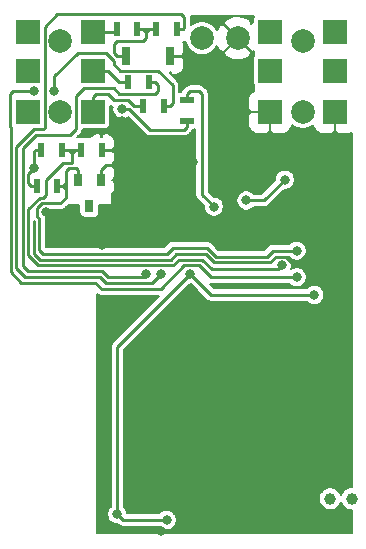
<source format=gbr>
G04 #@! TF.GenerationSoftware,KiCad,Pcbnew,(5.1.2-1)-1*
G04 #@! TF.CreationDate,2021-09-19T22:20:58+03:00*
G04 #@! TF.ProjectId,ITR-1,4954522d-312e-46b6-9963-61645f706362,rev?*
G04 #@! TF.SameCoordinates,Original*
G04 #@! TF.FileFunction,Copper,L2,Bot*
G04 #@! TF.FilePolarity,Positive*
%FSLAX46Y46*%
G04 Gerber Fmt 4.6, Leading zero omitted, Abs format (unit mm)*
G04 Created by KiCad (PCBNEW (5.1.2-1)-1) date 2021-09-19 22:20:58*
%MOMM*%
%LPD*%
G04 APERTURE LIST*
%ADD10C,1.000000*%
%ADD11C,2.000000*%
%ADD12R,2.000000X2.000000*%
%ADD13R,0.800000X1.500000*%
%ADD14R,0.500000X1.250000*%
%ADD15R,0.800000X1.100000*%
%ADD16R,1.250000X0.500000*%
%ADD17C,0.800000*%
%ADD18C,0.250000*%
%ADD19C,0.200000*%
G04 APERTURE END LIST*
D10*
X129400000Y-96500000D03*
X127600000Y-96500000D03*
D11*
X116750000Y-57500000D03*
X119750000Y-57500000D03*
X125250000Y-57750000D03*
X125250000Y-63750000D03*
D12*
X128000000Y-57000000D03*
X128000000Y-60250000D03*
X128000000Y-63750000D03*
X122500000Y-57000000D03*
X122500000Y-60250000D03*
X122500000Y-63750000D03*
D11*
X104750000Y-57750000D03*
X104750000Y-63750000D03*
D12*
X107500000Y-57000000D03*
X107500000Y-60250000D03*
X107500000Y-63750000D03*
X102000000Y-57000000D03*
X102000000Y-60250000D03*
X102000000Y-63750000D03*
D13*
X110300000Y-59000000D03*
X114000000Y-59000000D03*
D14*
X112875000Y-56750000D03*
X114625000Y-56750000D03*
X111750000Y-63250000D03*
X113500000Y-63250000D03*
X110500000Y-61250000D03*
X112250000Y-61250000D03*
X109500000Y-56750000D03*
X111250000Y-56750000D03*
X104500000Y-70000000D03*
X102750000Y-70000000D03*
X108250000Y-67000000D03*
X106500000Y-67000000D03*
X104875000Y-67000000D03*
X103125000Y-67000000D03*
D15*
X107200000Y-71700000D03*
X108150000Y-69500000D03*
X106250000Y-69500000D03*
D16*
X115500000Y-64500000D03*
X115500000Y-62750000D03*
D17*
X110000000Y-63500000D03*
X120500000Y-71250000D03*
X123750000Y-69500000D03*
X112250000Y-90500001D03*
X112250000Y-88749999D03*
X112250000Y-87000000D03*
X116000000Y-68000000D03*
X110250000Y-66750000D03*
X110000000Y-64500000D03*
X103500000Y-72250000D03*
X124250000Y-73750000D03*
X108250000Y-97750000D03*
X113250000Y-71750000D03*
X113250000Y-99250000D03*
X128750000Y-92750000D03*
X108250000Y-75000000D03*
X119000000Y-72000000D03*
X102500000Y-68500000D03*
X113750000Y-98300001D03*
X109567127Y-97817127D03*
X115762653Y-77500000D03*
X126250000Y-79250000D03*
X112000000Y-77500000D03*
X113250000Y-77500000D03*
X117737347Y-71762653D03*
X102500000Y-62000000D03*
X104250000Y-62000000D03*
X124750000Y-77750000D03*
X124750000Y-75500000D03*
X123500000Y-76750000D03*
D18*
X110565685Y-63500000D02*
X110000000Y-63500000D01*
X112315684Y-65250000D02*
X110565685Y-63500000D01*
X115250000Y-65250000D02*
X112315684Y-65250000D01*
X115500000Y-65000000D02*
X115250000Y-65250000D01*
X115500000Y-64500000D02*
X115500000Y-65000000D01*
X122000000Y-71250000D02*
X123750000Y-69500000D01*
X120500000Y-71250000D02*
X122000000Y-71250000D01*
X110000000Y-67000000D02*
X110250000Y-66750000D01*
X108250000Y-67000000D02*
X110000000Y-67000000D01*
X110250000Y-68000000D02*
X110250000Y-66750000D01*
X110000000Y-68250000D02*
X110250000Y-68000000D01*
X108600000Y-68250000D02*
X110000000Y-68250000D01*
X108150000Y-68700000D02*
X108600000Y-68250000D01*
X108150000Y-69500000D02*
X108150000Y-68700000D01*
X114000000Y-59000000D02*
X115250000Y-59000000D01*
X114750000Y-99250000D02*
X115250000Y-98750000D01*
X113500000Y-99250000D02*
X114750000Y-99250000D01*
X123823002Y-76000000D02*
X124286501Y-76463499D01*
X123000000Y-76000000D02*
X123823002Y-76000000D01*
X122500000Y-76500000D02*
X123000000Y-76000000D01*
X117750000Y-76500000D02*
X122500000Y-76500000D01*
X114563600Y-75799990D02*
X117049990Y-75799990D01*
X114113590Y-76250000D02*
X114563600Y-75799990D01*
X103000000Y-76250000D02*
X114113590Y-76250000D01*
X117049990Y-75799990D02*
X117750000Y-76500000D01*
X102500000Y-75750000D02*
X103000000Y-76250000D01*
X124286501Y-76463499D02*
X125463499Y-76463499D01*
X102500000Y-73000000D02*
X102500000Y-75750000D01*
X102250000Y-70000000D02*
X102750000Y-70000000D01*
X102625000Y-67000000D02*
X102500000Y-67125000D01*
X103125000Y-67000000D02*
X102625000Y-67000000D01*
X102500000Y-67125000D02*
X102500000Y-68500000D01*
X102000000Y-69000000D02*
X102500000Y-68500000D01*
X102250000Y-70000000D02*
X102000000Y-69750000D01*
X102000000Y-69750000D02*
X102000000Y-69000000D01*
X110032874Y-98282874D02*
X109567127Y-97817127D01*
X109567127Y-83695526D02*
X115762653Y-77500000D01*
X109567127Y-97817127D02*
X109567127Y-83695526D01*
X117512653Y-79250000D02*
X115762653Y-77500000D01*
X126250000Y-79250000D02*
X117512653Y-79250000D01*
X114000000Y-98300001D02*
X113982873Y-98282874D01*
X113982873Y-98282874D02*
X110032874Y-98282874D01*
X111750000Y-77750000D02*
X112000000Y-77500000D01*
X108750000Y-77750000D02*
X111750000Y-77750000D01*
X102000000Y-77250000D02*
X108250000Y-77250000D01*
X101542501Y-76792501D02*
X102000000Y-77250000D01*
X102667501Y-65667501D02*
X101542501Y-66792501D01*
X106075001Y-65174999D02*
X105582499Y-65667501D01*
X108250000Y-77250000D02*
X108750000Y-77750000D01*
X106075001Y-62424999D02*
X106075001Y-65174999D01*
X101542501Y-66792501D02*
X101542501Y-76792501D01*
X105582499Y-65667501D02*
X102667501Y-65667501D01*
X109250000Y-61750000D02*
X106750000Y-61750000D01*
X109700001Y-62200001D02*
X109250000Y-61750000D01*
X106750000Y-61750000D02*
X106075001Y-62424999D01*
X113000000Y-62000000D02*
X112799999Y-62200001D01*
X112799999Y-62200001D02*
X109700001Y-62200001D01*
X113000000Y-61500000D02*
X113000000Y-62000000D01*
X112750000Y-61250000D02*
X113000000Y-61500000D01*
X112250000Y-61250000D02*
X112750000Y-61250000D01*
X112500000Y-78250000D02*
X113250000Y-77500000D01*
X108613590Y-78250000D02*
X112500000Y-78250000D01*
X108113590Y-77750000D02*
X108613590Y-78250000D01*
X101750000Y-77750000D02*
X108113590Y-77750000D01*
X101000000Y-77000000D02*
X101750000Y-77750000D01*
X101000000Y-66698592D02*
X101000000Y-77000000D01*
X102481100Y-65217492D02*
X101000000Y-66698592D01*
X115250000Y-56625000D02*
X115250000Y-55750000D01*
X104500000Y-55500000D02*
X103424999Y-56575001D01*
X103282509Y-65217491D02*
X102481100Y-65217492D01*
X115000000Y-55500000D02*
X104500000Y-55500000D01*
X114625000Y-56750000D02*
X115125000Y-56750000D01*
X103424999Y-65075001D02*
X103282509Y-65217491D01*
X103424999Y-56575001D02*
X103424999Y-65075001D01*
X115125000Y-56750000D02*
X115250000Y-56625000D01*
X115250000Y-55750000D02*
X115000000Y-55500000D01*
X115500000Y-62750000D02*
X115500000Y-62250000D01*
X115500000Y-62250000D02*
X115750000Y-62000000D01*
X115750000Y-62000000D02*
X116500000Y-62000000D01*
X116500000Y-62000000D02*
X116750000Y-62250000D01*
X116750000Y-62250000D02*
X116750000Y-70750000D01*
X117737347Y-71737347D02*
X117737347Y-71762653D01*
X116750000Y-70750000D02*
X117737347Y-71737347D01*
X113000000Y-60250000D02*
X114250000Y-61500000D01*
X109814998Y-60250000D02*
X113000000Y-60250000D01*
X114250000Y-63000000D02*
X114000000Y-63250000D01*
X109282499Y-59717501D02*
X109814998Y-60250000D01*
X114250000Y-61500000D02*
X114250000Y-63000000D01*
X109282499Y-59418909D02*
X109282499Y-59717501D01*
X108613590Y-58750000D02*
X109282499Y-59418909D01*
X106250000Y-58750000D02*
X108613590Y-58750000D01*
X104250000Y-60750000D02*
X106250000Y-58750000D01*
X114000000Y-63250000D02*
X113500000Y-63250000D01*
X104250000Y-61750000D02*
X104250000Y-60750000D01*
X100750000Y-62000000D02*
X102500000Y-62000000D01*
X100500000Y-62250000D02*
X100750000Y-62000000D01*
X100549990Y-65049990D02*
X100500000Y-65000000D01*
X117500000Y-77750000D02*
X116500000Y-76750000D01*
X100549990Y-77299990D02*
X100549990Y-65049990D01*
X108250000Y-78750000D02*
X107700010Y-78200010D01*
X107700010Y-78200010D02*
X101450010Y-78200010D01*
X100500000Y-65000000D02*
X100500000Y-62250000D01*
X116500000Y-76750000D02*
X115250000Y-76750000D01*
X113250000Y-78750000D02*
X108250000Y-78750000D01*
X115250000Y-76750000D02*
X113250000Y-78750000D01*
X101450010Y-78200010D02*
X100549990Y-77299990D01*
X124750000Y-77750000D02*
X117500000Y-77750000D01*
X107500000Y-57000000D02*
X109500000Y-57000000D01*
X112000000Y-57000000D02*
X111750000Y-56750000D01*
X111750000Y-56750000D02*
X111250000Y-56750000D01*
X112250000Y-56750000D02*
X112000000Y-57000000D01*
X112875000Y-56750000D02*
X112250000Y-56750000D01*
X111750000Y-56750000D02*
X112250000Y-56750000D01*
X110300000Y-59000000D02*
X109500000Y-59000000D01*
X109500000Y-59000000D02*
X109250000Y-58750000D01*
X109250000Y-58750000D02*
X109250000Y-58000000D01*
X109250000Y-58000000D02*
X109500000Y-57750000D01*
X109500000Y-57750000D02*
X111750000Y-57750000D01*
X112000000Y-57500000D02*
X112000000Y-57000000D01*
X111750000Y-57750000D02*
X112000000Y-57500000D01*
X110500000Y-61250000D02*
X109750000Y-61250000D01*
X109750000Y-61250000D02*
X108750000Y-60250000D01*
X108750000Y-60250000D02*
X107500000Y-60250000D01*
X111750000Y-63250000D02*
X111000000Y-63250000D01*
X111000000Y-63250000D02*
X110500000Y-62750000D01*
X107750000Y-62250000D02*
X107500000Y-62500000D01*
X107500000Y-62500000D02*
X107500000Y-63750000D01*
X108750000Y-62250000D02*
X109250000Y-62750000D01*
X108750000Y-62250000D02*
X107750000Y-62250000D01*
X109250000Y-62750000D02*
X110500000Y-62750000D01*
X104500000Y-70000000D02*
X105000000Y-70000000D01*
X105000000Y-70000000D02*
X105250000Y-69750000D01*
X105250000Y-69750000D02*
X105250000Y-68750000D01*
X105250000Y-68750000D02*
X105500000Y-68500000D01*
X105500000Y-68500000D02*
X106000000Y-68500000D01*
X106050000Y-68500000D02*
X106250000Y-68700000D01*
X106000000Y-68500000D02*
X106050000Y-68500000D01*
X106250000Y-68700000D02*
X106250000Y-69500000D01*
X105000000Y-70000000D02*
X105250000Y-70250000D01*
X105250000Y-70250000D02*
X105250000Y-70500000D01*
X105250000Y-70500000D02*
X105250000Y-71000000D01*
X105250000Y-71000000D02*
X104750000Y-71500000D01*
X105250000Y-69750000D02*
X105250000Y-70250000D01*
X103750000Y-71500000D02*
X103176998Y-71500000D01*
X104750000Y-71500000D02*
X103750000Y-71500000D01*
X103500000Y-71500000D02*
X103176998Y-71500000D01*
X103750000Y-71500000D02*
X103500000Y-71500000D01*
X124750000Y-75500000D02*
X124750000Y-75500000D01*
X124136410Y-75500000D02*
X124750000Y-75500000D01*
X122750000Y-75500000D02*
X124136410Y-75500000D01*
X117886410Y-76000000D02*
X122250000Y-76000000D01*
X102963499Y-72786501D02*
X102963499Y-75463499D01*
X117136410Y-75250000D02*
X117886410Y-76000000D01*
X122250000Y-76000000D02*
X122750000Y-75500000D01*
X103250000Y-75750000D02*
X113750000Y-75750000D01*
X102750000Y-72573002D02*
X102963499Y-72786501D01*
X114250000Y-75250000D02*
X117136410Y-75250000D01*
X113750000Y-75750000D02*
X114250000Y-75250000D01*
X102963499Y-75463499D02*
X103250000Y-75750000D01*
X102750000Y-71926998D02*
X102750000Y-72573002D01*
X103176998Y-71500000D02*
X102750000Y-71926998D01*
X105750000Y-67250000D02*
X105500000Y-67000000D01*
X105500000Y-67000000D02*
X105750000Y-67000000D01*
X105750000Y-67000000D02*
X105750000Y-67250000D01*
X104875000Y-67000000D02*
X105500000Y-67000000D01*
X105750000Y-67250000D02*
X106000000Y-67000000D01*
X106000000Y-67000000D02*
X106500000Y-67000000D01*
X105750000Y-67000000D02*
X106000000Y-67000000D01*
X104950009Y-68049991D02*
X105700010Y-68049990D01*
X103500000Y-70750000D02*
X103500000Y-69500000D01*
X114250000Y-76750000D02*
X102863590Y-76750000D01*
X105700010Y-68049990D02*
X105750000Y-68000000D01*
X103250000Y-71000000D02*
X103500000Y-70750000D01*
X102863590Y-76750000D02*
X102000000Y-75886410D01*
X114750000Y-76250000D02*
X114250000Y-76750000D01*
X116750000Y-76250000D02*
X114750000Y-76250000D01*
X105750000Y-68000000D02*
X105750000Y-67250000D01*
X103500000Y-69500000D02*
X104950009Y-68049991D01*
X103000000Y-71000000D02*
X103250000Y-71000000D01*
X102000000Y-72000000D02*
X103000000Y-71000000D01*
X102000000Y-75886410D02*
X102000000Y-72000000D01*
X117549990Y-77049990D02*
X116750000Y-76250000D01*
X123200010Y-77049990D02*
X117549990Y-77049990D01*
X123500000Y-76750000D02*
X123200010Y-77049990D01*
D19*
G36*
X121150000Y-55717138D02*
G01*
X121124029Y-55748784D01*
X121082243Y-55826959D01*
X121056511Y-55911785D01*
X121047823Y-56000000D01*
X121047823Y-56169553D01*
X121046456Y-56168186D01*
X120896404Y-56318238D01*
X120822339Y-55981519D01*
X120505494Y-55801493D01*
X120159615Y-55686740D01*
X119797995Y-55641669D01*
X119434531Y-55668013D01*
X119083189Y-55764759D01*
X118757473Y-55928190D01*
X118677661Y-55981519D01*
X118603595Y-56318240D01*
X119750000Y-57464645D01*
X119764143Y-57450503D01*
X119799498Y-57485858D01*
X119785355Y-57500000D01*
X120931760Y-58646405D01*
X121150000Y-58598400D01*
X121150000Y-58967138D01*
X121124029Y-58998784D01*
X121082243Y-59076959D01*
X121056511Y-59161785D01*
X121047823Y-59250000D01*
X121047823Y-61250000D01*
X121056511Y-61338215D01*
X121082243Y-61423041D01*
X121124029Y-61501216D01*
X121150000Y-61532862D01*
X121150000Y-61973273D01*
X121025480Y-62039831D01*
X120896051Y-62146051D01*
X120789831Y-62275480D01*
X120710902Y-62423145D01*
X120662299Y-62583371D01*
X120645887Y-62750000D01*
X120650000Y-63512500D01*
X120862500Y-63725000D01*
X122475000Y-63725000D01*
X122475000Y-63705000D01*
X122525000Y-63705000D01*
X122525000Y-63725000D01*
X122545000Y-63725000D01*
X122545000Y-63775000D01*
X122525000Y-63775000D01*
X122525000Y-65387500D01*
X122737500Y-65600000D01*
X123500000Y-65604113D01*
X123666629Y-65587701D01*
X123826855Y-65539098D01*
X123974520Y-65460169D01*
X124103949Y-65353949D01*
X124210169Y-65224520D01*
X124289098Y-65076855D01*
X124337701Y-64916629D01*
X124340687Y-64886317D01*
X124563167Y-65034973D01*
X124827051Y-65144277D01*
X125107187Y-65200000D01*
X125392813Y-65200000D01*
X125672949Y-65144277D01*
X125936833Y-65034973D01*
X126159313Y-64886317D01*
X126162299Y-64916629D01*
X126210902Y-65076855D01*
X126289831Y-65224520D01*
X126396051Y-65353949D01*
X126525480Y-65460169D01*
X126673145Y-65539098D01*
X126833371Y-65587701D01*
X127000000Y-65604113D01*
X127762500Y-65600000D01*
X127975000Y-65387500D01*
X127975000Y-63775000D01*
X127955000Y-63775000D01*
X127955000Y-63725000D01*
X127975000Y-63725000D01*
X127975000Y-63705000D01*
X128025000Y-63705000D01*
X128025000Y-63725000D01*
X128045000Y-63725000D01*
X128045000Y-63775000D01*
X128025000Y-63775000D01*
X128025000Y-65387500D01*
X128237500Y-65600000D01*
X129000000Y-65604113D01*
X129166629Y-65587701D01*
X129326855Y-65539098D01*
X129400000Y-65500001D01*
X129400000Y-95550000D01*
X129306433Y-95550000D01*
X129122895Y-95586508D01*
X128950006Y-95658121D01*
X128794410Y-95762087D01*
X128662087Y-95894410D01*
X128558121Y-96050006D01*
X128500000Y-96190322D01*
X128441879Y-96050006D01*
X128337913Y-95894410D01*
X128205590Y-95762087D01*
X128049994Y-95658121D01*
X127877105Y-95586508D01*
X127693567Y-95550000D01*
X127506433Y-95550000D01*
X127322895Y-95586508D01*
X127150006Y-95658121D01*
X126994410Y-95762087D01*
X126862087Y-95894410D01*
X126758121Y-96050006D01*
X126686508Y-96222895D01*
X126650000Y-96406433D01*
X126650000Y-96593567D01*
X126686508Y-96777105D01*
X126758121Y-96949994D01*
X126862087Y-97105590D01*
X126994410Y-97237913D01*
X127150006Y-97341879D01*
X127322895Y-97413492D01*
X127506433Y-97450000D01*
X127693567Y-97450000D01*
X127877105Y-97413492D01*
X128049994Y-97341879D01*
X128205590Y-97237913D01*
X128337913Y-97105590D01*
X128441879Y-96949994D01*
X128500000Y-96809678D01*
X128558121Y-96949994D01*
X128662087Y-97105590D01*
X128794410Y-97237913D01*
X128950006Y-97341879D01*
X129122895Y-97413492D01*
X129306433Y-97450000D01*
X129400000Y-97450000D01*
X129400000Y-99400000D01*
X107850000Y-99400000D01*
X107850000Y-79165574D01*
X107863386Y-79176559D01*
X107929001Y-79230408D01*
X108028892Y-79283801D01*
X108137280Y-79316680D01*
X108221754Y-79325000D01*
X108221756Y-79325000D01*
X108249999Y-79327782D01*
X108278242Y-79325000D01*
X113124480Y-79325000D01*
X109180516Y-83268965D01*
X109158574Y-83286972D01*
X109140568Y-83308913D01*
X109086719Y-83374528D01*
X109033326Y-83474419D01*
X109000448Y-83582807D01*
X108989345Y-83695526D01*
X108992128Y-83723779D01*
X108992127Y-97190045D01*
X108906889Y-97275283D01*
X108813867Y-97414501D01*
X108749792Y-97569191D01*
X108717127Y-97733409D01*
X108717127Y-97900845D01*
X108749792Y-98065063D01*
X108813867Y-98219753D01*
X108906889Y-98358971D01*
X109025283Y-98477365D01*
X109164501Y-98570387D01*
X109319191Y-98634462D01*
X109483409Y-98667127D01*
X109603954Y-98667127D01*
X109606313Y-98669486D01*
X109624320Y-98691428D01*
X109711876Y-98763282D01*
X109811766Y-98816675D01*
X109920154Y-98849554D01*
X110004628Y-98857874D01*
X110004631Y-98857874D01*
X110032874Y-98860656D01*
X110061117Y-98857874D01*
X113105791Y-98857874D01*
X113208156Y-98960239D01*
X113347374Y-99053261D01*
X113502064Y-99117336D01*
X113666282Y-99150001D01*
X113833718Y-99150001D01*
X113997936Y-99117336D01*
X114152626Y-99053261D01*
X114291844Y-98960239D01*
X114410238Y-98841845D01*
X114503260Y-98702627D01*
X114567335Y-98547937D01*
X114600000Y-98383719D01*
X114600000Y-98216283D01*
X114567335Y-98052065D01*
X114503260Y-97897375D01*
X114410238Y-97758157D01*
X114291844Y-97639763D01*
X114152626Y-97546741D01*
X113997936Y-97482666D01*
X113833718Y-97450001D01*
X113666282Y-97450001D01*
X113502064Y-97482666D01*
X113347374Y-97546741D01*
X113208156Y-97639763D01*
X113140045Y-97707874D01*
X110412048Y-97707874D01*
X110384462Y-97569191D01*
X110320387Y-97414501D01*
X110227365Y-97275283D01*
X110142127Y-97190045D01*
X110142127Y-83933698D01*
X115725826Y-78350000D01*
X115799481Y-78350000D01*
X117086092Y-79636612D01*
X117104099Y-79658554D01*
X117126039Y-79676559D01*
X117191654Y-79730408D01*
X117291545Y-79783801D01*
X117399933Y-79816680D01*
X117484407Y-79825000D01*
X117484410Y-79825000D01*
X117512653Y-79827782D01*
X117540896Y-79825000D01*
X125622918Y-79825000D01*
X125708156Y-79910238D01*
X125847374Y-80003260D01*
X126002064Y-80067335D01*
X126166282Y-80100000D01*
X126333718Y-80100000D01*
X126497936Y-80067335D01*
X126652626Y-80003260D01*
X126791844Y-79910238D01*
X126910238Y-79791844D01*
X127003260Y-79652626D01*
X127067335Y-79497936D01*
X127100000Y-79333718D01*
X127100000Y-79166282D01*
X127067335Y-79002064D01*
X127003260Y-78847374D01*
X126910238Y-78708156D01*
X126791844Y-78589762D01*
X126652626Y-78496740D01*
X126497936Y-78432665D01*
X126333718Y-78400000D01*
X126166282Y-78400000D01*
X126002064Y-78432665D01*
X125847374Y-78496740D01*
X125708156Y-78589762D01*
X125622918Y-78675000D01*
X117750826Y-78675000D01*
X117393077Y-78317251D01*
X117471754Y-78325000D01*
X117471757Y-78325000D01*
X117500000Y-78327782D01*
X117528243Y-78325000D01*
X124122918Y-78325000D01*
X124208156Y-78410238D01*
X124347374Y-78503260D01*
X124502064Y-78567335D01*
X124666282Y-78600000D01*
X124833718Y-78600000D01*
X124997936Y-78567335D01*
X125152626Y-78503260D01*
X125291844Y-78410238D01*
X125410238Y-78291844D01*
X125503260Y-78152626D01*
X125567335Y-77997936D01*
X125600000Y-77833718D01*
X125600000Y-77666282D01*
X125567335Y-77502064D01*
X125503260Y-77347374D01*
X125410238Y-77208156D01*
X125291844Y-77089762D01*
X125152626Y-76996740D01*
X124997936Y-76932665D01*
X124833718Y-76900000D01*
X124666282Y-76900000D01*
X124502064Y-76932665D01*
X124347374Y-76996740D01*
X124306525Y-77024035D01*
X124317335Y-76997936D01*
X124350000Y-76833718D01*
X124350000Y-76666282D01*
X124317335Y-76502064D01*
X124253260Y-76347374D01*
X124160238Y-76208156D01*
X124041844Y-76089762D01*
X124019751Y-76075000D01*
X124122918Y-76075000D01*
X124208156Y-76160238D01*
X124347374Y-76253260D01*
X124502064Y-76317335D01*
X124666282Y-76350000D01*
X124833718Y-76350000D01*
X124997936Y-76317335D01*
X125152626Y-76253260D01*
X125291844Y-76160238D01*
X125410238Y-76041844D01*
X125503260Y-75902626D01*
X125567335Y-75747936D01*
X125600000Y-75583718D01*
X125600000Y-75416282D01*
X125567335Y-75252064D01*
X125503260Y-75097374D01*
X125410238Y-74958156D01*
X125291844Y-74839762D01*
X125152626Y-74746740D01*
X124997936Y-74682665D01*
X124833718Y-74650000D01*
X124666282Y-74650000D01*
X124502064Y-74682665D01*
X124347374Y-74746740D01*
X124208156Y-74839762D01*
X124122918Y-74925000D01*
X122778243Y-74925000D01*
X122750000Y-74922218D01*
X122721757Y-74925000D01*
X122721754Y-74925000D01*
X122637280Y-74933320D01*
X122528892Y-74966199D01*
X122429001Y-75019592D01*
X122385922Y-75054946D01*
X122341446Y-75091446D01*
X122323439Y-75113388D01*
X122011828Y-75425000D01*
X118124583Y-75425000D01*
X117562975Y-74863393D01*
X117544964Y-74841446D01*
X117457408Y-74769592D01*
X117357518Y-74716199D01*
X117249130Y-74683320D01*
X117164656Y-74675000D01*
X117164653Y-74675000D01*
X117136410Y-74672218D01*
X117108167Y-74675000D01*
X114278243Y-74675000D01*
X114250000Y-74672218D01*
X114221757Y-74675000D01*
X114221754Y-74675000D01*
X114137280Y-74683320D01*
X114028892Y-74716199D01*
X113929001Y-74769592D01*
X113883153Y-74807218D01*
X113841446Y-74841446D01*
X113823439Y-74863388D01*
X113511828Y-75175000D01*
X103538499Y-75175000D01*
X103538499Y-72814743D01*
X103541281Y-72786500D01*
X103538499Y-72758255D01*
X103530179Y-72673781D01*
X103497300Y-72565393D01*
X103443907Y-72465503D01*
X103372053Y-72377947D01*
X103350107Y-72359937D01*
X103325000Y-72334830D01*
X103325000Y-72165170D01*
X103415171Y-72075000D01*
X104721757Y-72075000D01*
X104750000Y-72077782D01*
X104778243Y-72075000D01*
X104778246Y-72075000D01*
X104862720Y-72066680D01*
X104971108Y-72033801D01*
X105070998Y-71980408D01*
X105158554Y-71908554D01*
X105176565Y-71886607D01*
X105468678Y-71594495D01*
X105480491Y-71598079D01*
X105500000Y-71600000D01*
X106347823Y-71600000D01*
X106347823Y-72250000D01*
X106356511Y-72338215D01*
X106382243Y-72423041D01*
X106424029Y-72501216D01*
X106480263Y-72569737D01*
X106548784Y-72625971D01*
X106626959Y-72667757D01*
X106711785Y-72693489D01*
X106800000Y-72702177D01*
X107600000Y-72702177D01*
X107688215Y-72693489D01*
X107773041Y-72667757D01*
X107851216Y-72625971D01*
X107919737Y-72569737D01*
X107975971Y-72501216D01*
X108017757Y-72423041D01*
X108043489Y-72338215D01*
X108052177Y-72250000D01*
X108052177Y-71600000D01*
X109000000Y-71600000D01*
X109019509Y-71598079D01*
X109038268Y-71592388D01*
X109055557Y-71583147D01*
X109070711Y-71570711D01*
X109083147Y-71555557D01*
X109092388Y-71538268D01*
X109098079Y-71519509D01*
X109100000Y-71500000D01*
X109100000Y-70698224D01*
X109153949Y-70653949D01*
X109260169Y-70524520D01*
X109339098Y-70376855D01*
X109387701Y-70216629D01*
X109404113Y-70050000D01*
X109400000Y-69737500D01*
X109187500Y-69525000D01*
X109100000Y-69525000D01*
X109100000Y-69475000D01*
X109187500Y-69475000D01*
X109400000Y-69262500D01*
X109404113Y-68950000D01*
X109387701Y-68783371D01*
X109339098Y-68623145D01*
X109260169Y-68475480D01*
X109153949Y-68346051D01*
X109057605Y-68266983D01*
X109103949Y-68228949D01*
X109210169Y-68099520D01*
X109289098Y-67951855D01*
X109337701Y-67791629D01*
X109354113Y-67625000D01*
X109350000Y-67237500D01*
X109137500Y-67025000D01*
X108850000Y-67025000D01*
X108850000Y-66975000D01*
X109137500Y-66975000D01*
X109350000Y-66762500D01*
X109354113Y-66375000D01*
X109337701Y-66208371D01*
X109289098Y-66048145D01*
X109210169Y-65900480D01*
X109103949Y-65771051D01*
X108974520Y-65664831D01*
X108826855Y-65585902D01*
X108666629Y-65537299D01*
X108500000Y-65520887D01*
X108487500Y-65525000D01*
X108275000Y-65737500D01*
X108275000Y-65900000D01*
X108225000Y-65900000D01*
X108225000Y-65737500D01*
X108012500Y-65525000D01*
X108000000Y-65520887D01*
X107833371Y-65537299D01*
X107673145Y-65585902D01*
X107525480Y-65664831D01*
X107396051Y-65771051D01*
X107290225Y-65900000D01*
X106163172Y-65900000D01*
X106461613Y-65601560D01*
X106483555Y-65583553D01*
X106524385Y-65533801D01*
X106555409Y-65495998D01*
X106608802Y-65396107D01*
X106616422Y-65370988D01*
X106641681Y-65287719D01*
X106650001Y-65203245D01*
X106650001Y-65203243D01*
X106650106Y-65202177D01*
X108500000Y-65202177D01*
X108588215Y-65193489D01*
X108673041Y-65167757D01*
X108751216Y-65125971D01*
X108819737Y-65069737D01*
X108875971Y-65001216D01*
X108917757Y-64923041D01*
X108943489Y-64838215D01*
X108952177Y-64750000D01*
X108952177Y-63242796D01*
X109019708Y-63278892D01*
X109028892Y-63283801D01*
X109137280Y-63316680D01*
X109169187Y-63319823D01*
X109150000Y-63416282D01*
X109150000Y-63583718D01*
X109182665Y-63747936D01*
X109246740Y-63902626D01*
X109339762Y-64041844D01*
X109458156Y-64160238D01*
X109597374Y-64253260D01*
X109752064Y-64317335D01*
X109916282Y-64350000D01*
X110083718Y-64350000D01*
X110247936Y-64317335D01*
X110402626Y-64253260D01*
X110464458Y-64211945D01*
X111889123Y-65636612D01*
X111907130Y-65658554D01*
X111929070Y-65676559D01*
X111994685Y-65730408D01*
X112087878Y-65780221D01*
X112094576Y-65783801D01*
X112202964Y-65816680D01*
X112287438Y-65825000D01*
X112287440Y-65825000D01*
X112315683Y-65827782D01*
X112343926Y-65825000D01*
X115221757Y-65825000D01*
X115250000Y-65827782D01*
X115278243Y-65825000D01*
X115278246Y-65825000D01*
X115362720Y-65816680D01*
X115471108Y-65783801D01*
X115570998Y-65730408D01*
X115658554Y-65658554D01*
X115676566Y-65636606D01*
X115886606Y-65426566D01*
X115908554Y-65408554D01*
X115980408Y-65320998D01*
X116033801Y-65221108D01*
X116039544Y-65202177D01*
X116125000Y-65202177D01*
X116175000Y-65197253D01*
X116175001Y-70721747D01*
X116172218Y-70750000D01*
X116182325Y-70852607D01*
X116183321Y-70862720D01*
X116190899Y-70887701D01*
X116216199Y-70971107D01*
X116269592Y-71070998D01*
X116304380Y-71113387D01*
X116341447Y-71158554D01*
X116363389Y-71176561D01*
X116887347Y-71700520D01*
X116887347Y-71846371D01*
X116920012Y-72010589D01*
X116984087Y-72165279D01*
X117077109Y-72304497D01*
X117195503Y-72422891D01*
X117334721Y-72515913D01*
X117489411Y-72579988D01*
X117653629Y-72612653D01*
X117821065Y-72612653D01*
X117985283Y-72579988D01*
X118139973Y-72515913D01*
X118279191Y-72422891D01*
X118397585Y-72304497D01*
X118490607Y-72165279D01*
X118554682Y-72010589D01*
X118587347Y-71846371D01*
X118587347Y-71678935D01*
X118554682Y-71514717D01*
X118490607Y-71360027D01*
X118397585Y-71220809D01*
X118343058Y-71166282D01*
X119650000Y-71166282D01*
X119650000Y-71333718D01*
X119682665Y-71497936D01*
X119746740Y-71652626D01*
X119839762Y-71791844D01*
X119958156Y-71910238D01*
X120097374Y-72003260D01*
X120252064Y-72067335D01*
X120416282Y-72100000D01*
X120583718Y-72100000D01*
X120747936Y-72067335D01*
X120902626Y-72003260D01*
X121041844Y-71910238D01*
X121127082Y-71825000D01*
X121971757Y-71825000D01*
X122000000Y-71827782D01*
X122028243Y-71825000D01*
X122028246Y-71825000D01*
X122112720Y-71816680D01*
X122221108Y-71783801D01*
X122320998Y-71730408D01*
X122408554Y-71658554D01*
X122426565Y-71636607D01*
X123713173Y-70350000D01*
X123833718Y-70350000D01*
X123997936Y-70317335D01*
X124152626Y-70253260D01*
X124291844Y-70160238D01*
X124410238Y-70041844D01*
X124503260Y-69902626D01*
X124567335Y-69747936D01*
X124600000Y-69583718D01*
X124600000Y-69416282D01*
X124567335Y-69252064D01*
X124503260Y-69097374D01*
X124410238Y-68958156D01*
X124291844Y-68839762D01*
X124152626Y-68746740D01*
X123997936Y-68682665D01*
X123833718Y-68650000D01*
X123666282Y-68650000D01*
X123502064Y-68682665D01*
X123347374Y-68746740D01*
X123208156Y-68839762D01*
X123089762Y-68958156D01*
X122996740Y-69097374D01*
X122932665Y-69252064D01*
X122900000Y-69416282D01*
X122900000Y-69536827D01*
X121761828Y-70675000D01*
X121127082Y-70675000D01*
X121041844Y-70589762D01*
X120902626Y-70496740D01*
X120747936Y-70432665D01*
X120583718Y-70400000D01*
X120416282Y-70400000D01*
X120252064Y-70432665D01*
X120097374Y-70496740D01*
X119958156Y-70589762D01*
X119839762Y-70708156D01*
X119746740Y-70847374D01*
X119682665Y-71002064D01*
X119650000Y-71166282D01*
X118343058Y-71166282D01*
X118279191Y-71102415D01*
X118139973Y-71009393D01*
X117985283Y-70945318D01*
X117821065Y-70912653D01*
X117725826Y-70912653D01*
X117325000Y-70511828D01*
X117325000Y-64750000D01*
X120645887Y-64750000D01*
X120662299Y-64916629D01*
X120710902Y-65076855D01*
X120789831Y-65224520D01*
X120896051Y-65353949D01*
X121025480Y-65460169D01*
X121173145Y-65539098D01*
X121333371Y-65587701D01*
X121500000Y-65604113D01*
X122262500Y-65600000D01*
X122475000Y-65387500D01*
X122475000Y-63775000D01*
X120862500Y-63775000D01*
X120650000Y-63987500D01*
X120645887Y-64750000D01*
X117325000Y-64750000D01*
X117325000Y-62278242D01*
X117327782Y-62249999D01*
X117323571Y-62207243D01*
X117316680Y-62137280D01*
X117283801Y-62028892D01*
X117230408Y-61929002D01*
X117158554Y-61841446D01*
X117136608Y-61823436D01*
X116926566Y-61613394D01*
X116908554Y-61591446D01*
X116820998Y-61519592D01*
X116721108Y-61466199D01*
X116612720Y-61433320D01*
X116528246Y-61425000D01*
X116528243Y-61425000D01*
X116500000Y-61422218D01*
X116471757Y-61425000D01*
X115778242Y-61425000D01*
X115749999Y-61422218D01*
X115721756Y-61425000D01*
X115721754Y-61425000D01*
X115637280Y-61433320D01*
X115528892Y-61466199D01*
X115429002Y-61519592D01*
X115341446Y-61591446D01*
X115323434Y-61613394D01*
X115113389Y-61823439D01*
X115091447Y-61841446D01*
X115073441Y-61863387D01*
X115019592Y-61929002D01*
X114997086Y-61971108D01*
X114966199Y-62028892D01*
X114960456Y-62047823D01*
X114875000Y-62047823D01*
X114825000Y-62052747D01*
X114825000Y-61528243D01*
X114827782Y-61500000D01*
X114824453Y-61466199D01*
X114816680Y-61387280D01*
X114783801Y-61278892D01*
X114766615Y-61246740D01*
X114730408Y-61179001D01*
X114676559Y-61113386D01*
X114658554Y-61091446D01*
X114636613Y-61073440D01*
X114025002Y-60461830D01*
X114025002Y-60387502D01*
X114237500Y-60600000D01*
X114400000Y-60604113D01*
X114566629Y-60587701D01*
X114726855Y-60539098D01*
X114874520Y-60460169D01*
X115003949Y-60353949D01*
X115110169Y-60224520D01*
X115189098Y-60076855D01*
X115237701Y-59916629D01*
X115254113Y-59750000D01*
X115250000Y-59237500D01*
X115037500Y-59025000D01*
X114600000Y-59025000D01*
X114600000Y-58975000D01*
X115037500Y-58975000D01*
X115250000Y-58762500D01*
X115254113Y-58250000D01*
X115237701Y-58083371D01*
X115189098Y-57923145D01*
X115150001Y-57850000D01*
X115250000Y-57850000D01*
X115269509Y-57848079D01*
X115288268Y-57842388D01*
X115305557Y-57833147D01*
X115320711Y-57820711D01*
X115332523Y-57806317D01*
X115355723Y-57922949D01*
X115465027Y-58186833D01*
X115623711Y-58424321D01*
X115825679Y-58626289D01*
X116063167Y-58784973D01*
X116327051Y-58894277D01*
X116607187Y-58950000D01*
X116892813Y-58950000D01*
X117172949Y-58894277D01*
X117436833Y-58784973D01*
X117591302Y-58681760D01*
X118603595Y-58681760D01*
X118677661Y-59018481D01*
X118994506Y-59198507D01*
X119340385Y-59313260D01*
X119702005Y-59358331D01*
X120065469Y-59331987D01*
X120416811Y-59235241D01*
X120742527Y-59071810D01*
X120822339Y-59018481D01*
X120896405Y-58681760D01*
X119750000Y-57535355D01*
X118603595Y-58681760D01*
X117591302Y-58681760D01*
X117674321Y-58626289D01*
X117876289Y-58424321D01*
X118029166Y-58195524D01*
X118178190Y-58492527D01*
X118231519Y-58572339D01*
X118568240Y-58646405D01*
X119714645Y-57500000D01*
X118568240Y-56353595D01*
X118231519Y-56427661D01*
X118051493Y-56744506D01*
X118030790Y-56806907D01*
X117876289Y-56575679D01*
X117674321Y-56373711D01*
X117436833Y-56215027D01*
X117172949Y-56105723D01*
X116892813Y-56050000D01*
X116607187Y-56050000D01*
X116327051Y-56105723D01*
X116063167Y-56215027D01*
X115825679Y-56373711D01*
X115825000Y-56374390D01*
X115825000Y-55778242D01*
X115827782Y-55749999D01*
X115820913Y-55680263D01*
X115816680Y-55637280D01*
X115805371Y-55600000D01*
X121150000Y-55600000D01*
X121150000Y-55717138D01*
X121150000Y-55717138D01*
G37*
X121150000Y-55717138D02*
X121124029Y-55748784D01*
X121082243Y-55826959D01*
X121056511Y-55911785D01*
X121047823Y-56000000D01*
X121047823Y-56169553D01*
X121046456Y-56168186D01*
X120896404Y-56318238D01*
X120822339Y-55981519D01*
X120505494Y-55801493D01*
X120159615Y-55686740D01*
X119797995Y-55641669D01*
X119434531Y-55668013D01*
X119083189Y-55764759D01*
X118757473Y-55928190D01*
X118677661Y-55981519D01*
X118603595Y-56318240D01*
X119750000Y-57464645D01*
X119764143Y-57450503D01*
X119799498Y-57485858D01*
X119785355Y-57500000D01*
X120931760Y-58646405D01*
X121150000Y-58598400D01*
X121150000Y-58967138D01*
X121124029Y-58998784D01*
X121082243Y-59076959D01*
X121056511Y-59161785D01*
X121047823Y-59250000D01*
X121047823Y-61250000D01*
X121056511Y-61338215D01*
X121082243Y-61423041D01*
X121124029Y-61501216D01*
X121150000Y-61532862D01*
X121150000Y-61973273D01*
X121025480Y-62039831D01*
X120896051Y-62146051D01*
X120789831Y-62275480D01*
X120710902Y-62423145D01*
X120662299Y-62583371D01*
X120645887Y-62750000D01*
X120650000Y-63512500D01*
X120862500Y-63725000D01*
X122475000Y-63725000D01*
X122475000Y-63705000D01*
X122525000Y-63705000D01*
X122525000Y-63725000D01*
X122545000Y-63725000D01*
X122545000Y-63775000D01*
X122525000Y-63775000D01*
X122525000Y-65387500D01*
X122737500Y-65600000D01*
X123500000Y-65604113D01*
X123666629Y-65587701D01*
X123826855Y-65539098D01*
X123974520Y-65460169D01*
X124103949Y-65353949D01*
X124210169Y-65224520D01*
X124289098Y-65076855D01*
X124337701Y-64916629D01*
X124340687Y-64886317D01*
X124563167Y-65034973D01*
X124827051Y-65144277D01*
X125107187Y-65200000D01*
X125392813Y-65200000D01*
X125672949Y-65144277D01*
X125936833Y-65034973D01*
X126159313Y-64886317D01*
X126162299Y-64916629D01*
X126210902Y-65076855D01*
X126289831Y-65224520D01*
X126396051Y-65353949D01*
X126525480Y-65460169D01*
X126673145Y-65539098D01*
X126833371Y-65587701D01*
X127000000Y-65604113D01*
X127762500Y-65600000D01*
X127975000Y-65387500D01*
X127975000Y-63775000D01*
X127955000Y-63775000D01*
X127955000Y-63725000D01*
X127975000Y-63725000D01*
X127975000Y-63705000D01*
X128025000Y-63705000D01*
X128025000Y-63725000D01*
X128045000Y-63725000D01*
X128045000Y-63775000D01*
X128025000Y-63775000D01*
X128025000Y-65387500D01*
X128237500Y-65600000D01*
X129000000Y-65604113D01*
X129166629Y-65587701D01*
X129326855Y-65539098D01*
X129400000Y-65500001D01*
X129400000Y-95550000D01*
X129306433Y-95550000D01*
X129122895Y-95586508D01*
X128950006Y-95658121D01*
X128794410Y-95762087D01*
X128662087Y-95894410D01*
X128558121Y-96050006D01*
X128500000Y-96190322D01*
X128441879Y-96050006D01*
X128337913Y-95894410D01*
X128205590Y-95762087D01*
X128049994Y-95658121D01*
X127877105Y-95586508D01*
X127693567Y-95550000D01*
X127506433Y-95550000D01*
X127322895Y-95586508D01*
X127150006Y-95658121D01*
X126994410Y-95762087D01*
X126862087Y-95894410D01*
X126758121Y-96050006D01*
X126686508Y-96222895D01*
X126650000Y-96406433D01*
X126650000Y-96593567D01*
X126686508Y-96777105D01*
X126758121Y-96949994D01*
X126862087Y-97105590D01*
X126994410Y-97237913D01*
X127150006Y-97341879D01*
X127322895Y-97413492D01*
X127506433Y-97450000D01*
X127693567Y-97450000D01*
X127877105Y-97413492D01*
X128049994Y-97341879D01*
X128205590Y-97237913D01*
X128337913Y-97105590D01*
X128441879Y-96949994D01*
X128500000Y-96809678D01*
X128558121Y-96949994D01*
X128662087Y-97105590D01*
X128794410Y-97237913D01*
X128950006Y-97341879D01*
X129122895Y-97413492D01*
X129306433Y-97450000D01*
X129400000Y-97450000D01*
X129400000Y-99400000D01*
X107850000Y-99400000D01*
X107850000Y-79165574D01*
X107863386Y-79176559D01*
X107929001Y-79230408D01*
X108028892Y-79283801D01*
X108137280Y-79316680D01*
X108221754Y-79325000D01*
X108221756Y-79325000D01*
X108249999Y-79327782D01*
X108278242Y-79325000D01*
X113124480Y-79325000D01*
X109180516Y-83268965D01*
X109158574Y-83286972D01*
X109140568Y-83308913D01*
X109086719Y-83374528D01*
X109033326Y-83474419D01*
X109000448Y-83582807D01*
X108989345Y-83695526D01*
X108992128Y-83723779D01*
X108992127Y-97190045D01*
X108906889Y-97275283D01*
X108813867Y-97414501D01*
X108749792Y-97569191D01*
X108717127Y-97733409D01*
X108717127Y-97900845D01*
X108749792Y-98065063D01*
X108813867Y-98219753D01*
X108906889Y-98358971D01*
X109025283Y-98477365D01*
X109164501Y-98570387D01*
X109319191Y-98634462D01*
X109483409Y-98667127D01*
X109603954Y-98667127D01*
X109606313Y-98669486D01*
X109624320Y-98691428D01*
X109711876Y-98763282D01*
X109811766Y-98816675D01*
X109920154Y-98849554D01*
X110004628Y-98857874D01*
X110004631Y-98857874D01*
X110032874Y-98860656D01*
X110061117Y-98857874D01*
X113105791Y-98857874D01*
X113208156Y-98960239D01*
X113347374Y-99053261D01*
X113502064Y-99117336D01*
X113666282Y-99150001D01*
X113833718Y-99150001D01*
X113997936Y-99117336D01*
X114152626Y-99053261D01*
X114291844Y-98960239D01*
X114410238Y-98841845D01*
X114503260Y-98702627D01*
X114567335Y-98547937D01*
X114600000Y-98383719D01*
X114600000Y-98216283D01*
X114567335Y-98052065D01*
X114503260Y-97897375D01*
X114410238Y-97758157D01*
X114291844Y-97639763D01*
X114152626Y-97546741D01*
X113997936Y-97482666D01*
X113833718Y-97450001D01*
X113666282Y-97450001D01*
X113502064Y-97482666D01*
X113347374Y-97546741D01*
X113208156Y-97639763D01*
X113140045Y-97707874D01*
X110412048Y-97707874D01*
X110384462Y-97569191D01*
X110320387Y-97414501D01*
X110227365Y-97275283D01*
X110142127Y-97190045D01*
X110142127Y-83933698D01*
X115725826Y-78350000D01*
X115799481Y-78350000D01*
X117086092Y-79636612D01*
X117104099Y-79658554D01*
X117126039Y-79676559D01*
X117191654Y-79730408D01*
X117291545Y-79783801D01*
X117399933Y-79816680D01*
X117484407Y-79825000D01*
X117484410Y-79825000D01*
X117512653Y-79827782D01*
X117540896Y-79825000D01*
X125622918Y-79825000D01*
X125708156Y-79910238D01*
X125847374Y-80003260D01*
X126002064Y-80067335D01*
X126166282Y-80100000D01*
X126333718Y-80100000D01*
X126497936Y-80067335D01*
X126652626Y-80003260D01*
X126791844Y-79910238D01*
X126910238Y-79791844D01*
X127003260Y-79652626D01*
X127067335Y-79497936D01*
X127100000Y-79333718D01*
X127100000Y-79166282D01*
X127067335Y-79002064D01*
X127003260Y-78847374D01*
X126910238Y-78708156D01*
X126791844Y-78589762D01*
X126652626Y-78496740D01*
X126497936Y-78432665D01*
X126333718Y-78400000D01*
X126166282Y-78400000D01*
X126002064Y-78432665D01*
X125847374Y-78496740D01*
X125708156Y-78589762D01*
X125622918Y-78675000D01*
X117750826Y-78675000D01*
X117393077Y-78317251D01*
X117471754Y-78325000D01*
X117471757Y-78325000D01*
X117500000Y-78327782D01*
X117528243Y-78325000D01*
X124122918Y-78325000D01*
X124208156Y-78410238D01*
X124347374Y-78503260D01*
X124502064Y-78567335D01*
X124666282Y-78600000D01*
X124833718Y-78600000D01*
X124997936Y-78567335D01*
X125152626Y-78503260D01*
X125291844Y-78410238D01*
X125410238Y-78291844D01*
X125503260Y-78152626D01*
X125567335Y-77997936D01*
X125600000Y-77833718D01*
X125600000Y-77666282D01*
X125567335Y-77502064D01*
X125503260Y-77347374D01*
X125410238Y-77208156D01*
X125291844Y-77089762D01*
X125152626Y-76996740D01*
X124997936Y-76932665D01*
X124833718Y-76900000D01*
X124666282Y-76900000D01*
X124502064Y-76932665D01*
X124347374Y-76996740D01*
X124306525Y-77024035D01*
X124317335Y-76997936D01*
X124350000Y-76833718D01*
X124350000Y-76666282D01*
X124317335Y-76502064D01*
X124253260Y-76347374D01*
X124160238Y-76208156D01*
X124041844Y-76089762D01*
X124019751Y-76075000D01*
X124122918Y-76075000D01*
X124208156Y-76160238D01*
X124347374Y-76253260D01*
X124502064Y-76317335D01*
X124666282Y-76350000D01*
X124833718Y-76350000D01*
X124997936Y-76317335D01*
X125152626Y-76253260D01*
X125291844Y-76160238D01*
X125410238Y-76041844D01*
X125503260Y-75902626D01*
X125567335Y-75747936D01*
X125600000Y-75583718D01*
X125600000Y-75416282D01*
X125567335Y-75252064D01*
X125503260Y-75097374D01*
X125410238Y-74958156D01*
X125291844Y-74839762D01*
X125152626Y-74746740D01*
X124997936Y-74682665D01*
X124833718Y-74650000D01*
X124666282Y-74650000D01*
X124502064Y-74682665D01*
X124347374Y-74746740D01*
X124208156Y-74839762D01*
X124122918Y-74925000D01*
X122778243Y-74925000D01*
X122750000Y-74922218D01*
X122721757Y-74925000D01*
X122721754Y-74925000D01*
X122637280Y-74933320D01*
X122528892Y-74966199D01*
X122429001Y-75019592D01*
X122385922Y-75054946D01*
X122341446Y-75091446D01*
X122323439Y-75113388D01*
X122011828Y-75425000D01*
X118124583Y-75425000D01*
X117562975Y-74863393D01*
X117544964Y-74841446D01*
X117457408Y-74769592D01*
X117357518Y-74716199D01*
X117249130Y-74683320D01*
X117164656Y-74675000D01*
X117164653Y-74675000D01*
X117136410Y-74672218D01*
X117108167Y-74675000D01*
X114278243Y-74675000D01*
X114250000Y-74672218D01*
X114221757Y-74675000D01*
X114221754Y-74675000D01*
X114137280Y-74683320D01*
X114028892Y-74716199D01*
X113929001Y-74769592D01*
X113883153Y-74807218D01*
X113841446Y-74841446D01*
X113823439Y-74863388D01*
X113511828Y-75175000D01*
X103538499Y-75175000D01*
X103538499Y-72814743D01*
X103541281Y-72786500D01*
X103538499Y-72758255D01*
X103530179Y-72673781D01*
X103497300Y-72565393D01*
X103443907Y-72465503D01*
X103372053Y-72377947D01*
X103350107Y-72359937D01*
X103325000Y-72334830D01*
X103325000Y-72165170D01*
X103415171Y-72075000D01*
X104721757Y-72075000D01*
X104750000Y-72077782D01*
X104778243Y-72075000D01*
X104778246Y-72075000D01*
X104862720Y-72066680D01*
X104971108Y-72033801D01*
X105070998Y-71980408D01*
X105158554Y-71908554D01*
X105176565Y-71886607D01*
X105468678Y-71594495D01*
X105480491Y-71598079D01*
X105500000Y-71600000D01*
X106347823Y-71600000D01*
X106347823Y-72250000D01*
X106356511Y-72338215D01*
X106382243Y-72423041D01*
X106424029Y-72501216D01*
X106480263Y-72569737D01*
X106548784Y-72625971D01*
X106626959Y-72667757D01*
X106711785Y-72693489D01*
X106800000Y-72702177D01*
X107600000Y-72702177D01*
X107688215Y-72693489D01*
X107773041Y-72667757D01*
X107851216Y-72625971D01*
X107919737Y-72569737D01*
X107975971Y-72501216D01*
X108017757Y-72423041D01*
X108043489Y-72338215D01*
X108052177Y-72250000D01*
X108052177Y-71600000D01*
X109000000Y-71600000D01*
X109019509Y-71598079D01*
X109038268Y-71592388D01*
X109055557Y-71583147D01*
X109070711Y-71570711D01*
X109083147Y-71555557D01*
X109092388Y-71538268D01*
X109098079Y-71519509D01*
X109100000Y-71500000D01*
X109100000Y-70698224D01*
X109153949Y-70653949D01*
X109260169Y-70524520D01*
X109339098Y-70376855D01*
X109387701Y-70216629D01*
X109404113Y-70050000D01*
X109400000Y-69737500D01*
X109187500Y-69525000D01*
X109100000Y-69525000D01*
X109100000Y-69475000D01*
X109187500Y-69475000D01*
X109400000Y-69262500D01*
X109404113Y-68950000D01*
X109387701Y-68783371D01*
X109339098Y-68623145D01*
X109260169Y-68475480D01*
X109153949Y-68346051D01*
X109057605Y-68266983D01*
X109103949Y-68228949D01*
X109210169Y-68099520D01*
X109289098Y-67951855D01*
X109337701Y-67791629D01*
X109354113Y-67625000D01*
X109350000Y-67237500D01*
X109137500Y-67025000D01*
X108850000Y-67025000D01*
X108850000Y-66975000D01*
X109137500Y-66975000D01*
X109350000Y-66762500D01*
X109354113Y-66375000D01*
X109337701Y-66208371D01*
X109289098Y-66048145D01*
X109210169Y-65900480D01*
X109103949Y-65771051D01*
X108974520Y-65664831D01*
X108826855Y-65585902D01*
X108666629Y-65537299D01*
X108500000Y-65520887D01*
X108487500Y-65525000D01*
X108275000Y-65737500D01*
X108275000Y-65900000D01*
X108225000Y-65900000D01*
X108225000Y-65737500D01*
X108012500Y-65525000D01*
X108000000Y-65520887D01*
X107833371Y-65537299D01*
X107673145Y-65585902D01*
X107525480Y-65664831D01*
X107396051Y-65771051D01*
X107290225Y-65900000D01*
X106163172Y-65900000D01*
X106461613Y-65601560D01*
X106483555Y-65583553D01*
X106524385Y-65533801D01*
X106555409Y-65495998D01*
X106608802Y-65396107D01*
X106616422Y-65370988D01*
X106641681Y-65287719D01*
X106650001Y-65203245D01*
X106650001Y-65203243D01*
X106650106Y-65202177D01*
X108500000Y-65202177D01*
X108588215Y-65193489D01*
X108673041Y-65167757D01*
X108751216Y-65125971D01*
X108819737Y-65069737D01*
X108875971Y-65001216D01*
X108917757Y-64923041D01*
X108943489Y-64838215D01*
X108952177Y-64750000D01*
X108952177Y-63242796D01*
X109019708Y-63278892D01*
X109028892Y-63283801D01*
X109137280Y-63316680D01*
X109169187Y-63319823D01*
X109150000Y-63416282D01*
X109150000Y-63583718D01*
X109182665Y-63747936D01*
X109246740Y-63902626D01*
X109339762Y-64041844D01*
X109458156Y-64160238D01*
X109597374Y-64253260D01*
X109752064Y-64317335D01*
X109916282Y-64350000D01*
X110083718Y-64350000D01*
X110247936Y-64317335D01*
X110402626Y-64253260D01*
X110464458Y-64211945D01*
X111889123Y-65636612D01*
X111907130Y-65658554D01*
X111929070Y-65676559D01*
X111994685Y-65730408D01*
X112087878Y-65780221D01*
X112094576Y-65783801D01*
X112202964Y-65816680D01*
X112287438Y-65825000D01*
X112287440Y-65825000D01*
X112315683Y-65827782D01*
X112343926Y-65825000D01*
X115221757Y-65825000D01*
X115250000Y-65827782D01*
X115278243Y-65825000D01*
X115278246Y-65825000D01*
X115362720Y-65816680D01*
X115471108Y-65783801D01*
X115570998Y-65730408D01*
X115658554Y-65658554D01*
X115676566Y-65636606D01*
X115886606Y-65426566D01*
X115908554Y-65408554D01*
X115980408Y-65320998D01*
X116033801Y-65221108D01*
X116039544Y-65202177D01*
X116125000Y-65202177D01*
X116175000Y-65197253D01*
X116175001Y-70721747D01*
X116172218Y-70750000D01*
X116182325Y-70852607D01*
X116183321Y-70862720D01*
X116190899Y-70887701D01*
X116216199Y-70971107D01*
X116269592Y-71070998D01*
X116304380Y-71113387D01*
X116341447Y-71158554D01*
X116363389Y-71176561D01*
X116887347Y-71700520D01*
X116887347Y-71846371D01*
X116920012Y-72010589D01*
X116984087Y-72165279D01*
X117077109Y-72304497D01*
X117195503Y-72422891D01*
X117334721Y-72515913D01*
X117489411Y-72579988D01*
X117653629Y-72612653D01*
X117821065Y-72612653D01*
X117985283Y-72579988D01*
X118139973Y-72515913D01*
X118279191Y-72422891D01*
X118397585Y-72304497D01*
X118490607Y-72165279D01*
X118554682Y-72010589D01*
X118587347Y-71846371D01*
X118587347Y-71678935D01*
X118554682Y-71514717D01*
X118490607Y-71360027D01*
X118397585Y-71220809D01*
X118343058Y-71166282D01*
X119650000Y-71166282D01*
X119650000Y-71333718D01*
X119682665Y-71497936D01*
X119746740Y-71652626D01*
X119839762Y-71791844D01*
X119958156Y-71910238D01*
X120097374Y-72003260D01*
X120252064Y-72067335D01*
X120416282Y-72100000D01*
X120583718Y-72100000D01*
X120747936Y-72067335D01*
X120902626Y-72003260D01*
X121041844Y-71910238D01*
X121127082Y-71825000D01*
X121971757Y-71825000D01*
X122000000Y-71827782D01*
X122028243Y-71825000D01*
X122028246Y-71825000D01*
X122112720Y-71816680D01*
X122221108Y-71783801D01*
X122320998Y-71730408D01*
X122408554Y-71658554D01*
X122426565Y-71636607D01*
X123713173Y-70350000D01*
X123833718Y-70350000D01*
X123997936Y-70317335D01*
X124152626Y-70253260D01*
X124291844Y-70160238D01*
X124410238Y-70041844D01*
X124503260Y-69902626D01*
X124567335Y-69747936D01*
X124600000Y-69583718D01*
X124600000Y-69416282D01*
X124567335Y-69252064D01*
X124503260Y-69097374D01*
X124410238Y-68958156D01*
X124291844Y-68839762D01*
X124152626Y-68746740D01*
X123997936Y-68682665D01*
X123833718Y-68650000D01*
X123666282Y-68650000D01*
X123502064Y-68682665D01*
X123347374Y-68746740D01*
X123208156Y-68839762D01*
X123089762Y-68958156D01*
X122996740Y-69097374D01*
X122932665Y-69252064D01*
X122900000Y-69416282D01*
X122900000Y-69536827D01*
X121761828Y-70675000D01*
X121127082Y-70675000D01*
X121041844Y-70589762D01*
X120902626Y-70496740D01*
X120747936Y-70432665D01*
X120583718Y-70400000D01*
X120416282Y-70400000D01*
X120252064Y-70432665D01*
X120097374Y-70496740D01*
X119958156Y-70589762D01*
X119839762Y-70708156D01*
X119746740Y-70847374D01*
X119682665Y-71002064D01*
X119650000Y-71166282D01*
X118343058Y-71166282D01*
X118279191Y-71102415D01*
X118139973Y-71009393D01*
X117985283Y-70945318D01*
X117821065Y-70912653D01*
X117725826Y-70912653D01*
X117325000Y-70511828D01*
X117325000Y-64750000D01*
X120645887Y-64750000D01*
X120662299Y-64916629D01*
X120710902Y-65076855D01*
X120789831Y-65224520D01*
X120896051Y-65353949D01*
X121025480Y-65460169D01*
X121173145Y-65539098D01*
X121333371Y-65587701D01*
X121500000Y-65604113D01*
X122262500Y-65600000D01*
X122475000Y-65387500D01*
X122475000Y-63775000D01*
X120862500Y-63775000D01*
X120650000Y-63987500D01*
X120645887Y-64750000D01*
X117325000Y-64750000D01*
X117325000Y-62278242D01*
X117327782Y-62249999D01*
X117323571Y-62207243D01*
X117316680Y-62137280D01*
X117283801Y-62028892D01*
X117230408Y-61929002D01*
X117158554Y-61841446D01*
X117136608Y-61823436D01*
X116926566Y-61613394D01*
X116908554Y-61591446D01*
X116820998Y-61519592D01*
X116721108Y-61466199D01*
X116612720Y-61433320D01*
X116528246Y-61425000D01*
X116528243Y-61425000D01*
X116500000Y-61422218D01*
X116471757Y-61425000D01*
X115778242Y-61425000D01*
X115749999Y-61422218D01*
X115721756Y-61425000D01*
X115721754Y-61425000D01*
X115637280Y-61433320D01*
X115528892Y-61466199D01*
X115429002Y-61519592D01*
X115341446Y-61591446D01*
X115323434Y-61613394D01*
X115113389Y-61823439D01*
X115091447Y-61841446D01*
X115073441Y-61863387D01*
X115019592Y-61929002D01*
X114997086Y-61971108D01*
X114966199Y-62028892D01*
X114960456Y-62047823D01*
X114875000Y-62047823D01*
X114825000Y-62052747D01*
X114825000Y-61528243D01*
X114827782Y-61500000D01*
X114824453Y-61466199D01*
X114816680Y-61387280D01*
X114783801Y-61278892D01*
X114766615Y-61246740D01*
X114730408Y-61179001D01*
X114676559Y-61113386D01*
X114658554Y-61091446D01*
X114636613Y-61073440D01*
X114025002Y-60461830D01*
X114025002Y-60387502D01*
X114237500Y-60600000D01*
X114400000Y-60604113D01*
X114566629Y-60587701D01*
X114726855Y-60539098D01*
X114874520Y-60460169D01*
X115003949Y-60353949D01*
X115110169Y-60224520D01*
X115189098Y-60076855D01*
X115237701Y-59916629D01*
X115254113Y-59750000D01*
X115250000Y-59237500D01*
X115037500Y-59025000D01*
X114600000Y-59025000D01*
X114600000Y-58975000D01*
X115037500Y-58975000D01*
X115250000Y-58762500D01*
X115254113Y-58250000D01*
X115237701Y-58083371D01*
X115189098Y-57923145D01*
X115150001Y-57850000D01*
X115250000Y-57850000D01*
X115269509Y-57848079D01*
X115288268Y-57842388D01*
X115305557Y-57833147D01*
X115320711Y-57820711D01*
X115332523Y-57806317D01*
X115355723Y-57922949D01*
X115465027Y-58186833D01*
X115623711Y-58424321D01*
X115825679Y-58626289D01*
X116063167Y-58784973D01*
X116327051Y-58894277D01*
X116607187Y-58950000D01*
X116892813Y-58950000D01*
X117172949Y-58894277D01*
X117436833Y-58784973D01*
X117591302Y-58681760D01*
X118603595Y-58681760D01*
X118677661Y-59018481D01*
X118994506Y-59198507D01*
X119340385Y-59313260D01*
X119702005Y-59358331D01*
X120065469Y-59331987D01*
X120416811Y-59235241D01*
X120742527Y-59071810D01*
X120822339Y-59018481D01*
X120896405Y-58681760D01*
X119750000Y-57535355D01*
X118603595Y-58681760D01*
X117591302Y-58681760D01*
X117674321Y-58626289D01*
X117876289Y-58424321D01*
X118029166Y-58195524D01*
X118178190Y-58492527D01*
X118231519Y-58572339D01*
X118568240Y-58646405D01*
X119714645Y-57500000D01*
X118568240Y-56353595D01*
X118231519Y-56427661D01*
X118051493Y-56744506D01*
X118030790Y-56806907D01*
X117876289Y-56575679D01*
X117674321Y-56373711D01*
X117436833Y-56215027D01*
X117172949Y-56105723D01*
X116892813Y-56050000D01*
X116607187Y-56050000D01*
X116327051Y-56105723D01*
X116063167Y-56215027D01*
X115825679Y-56373711D01*
X115825000Y-56374390D01*
X115825000Y-55778242D01*
X115827782Y-55749999D01*
X115820913Y-55680263D01*
X115816680Y-55637280D01*
X115805371Y-55600000D01*
X121150000Y-55600000D01*
X121150000Y-55717138D01*
G36*
X122746740Y-76347374D02*
G01*
X122693879Y-76474990D01*
X122577600Y-76474990D01*
X122658554Y-76408554D01*
X122676565Y-76386607D01*
X122809045Y-76254127D01*
X122746740Y-76347374D01*
X122746740Y-76347374D01*
G37*
X122746740Y-76347374D02*
X122693879Y-76474990D01*
X122577600Y-76474990D01*
X122658554Y-76408554D01*
X122676565Y-76386607D01*
X122809045Y-76254127D01*
X122746740Y-76347374D01*
M02*

</source>
